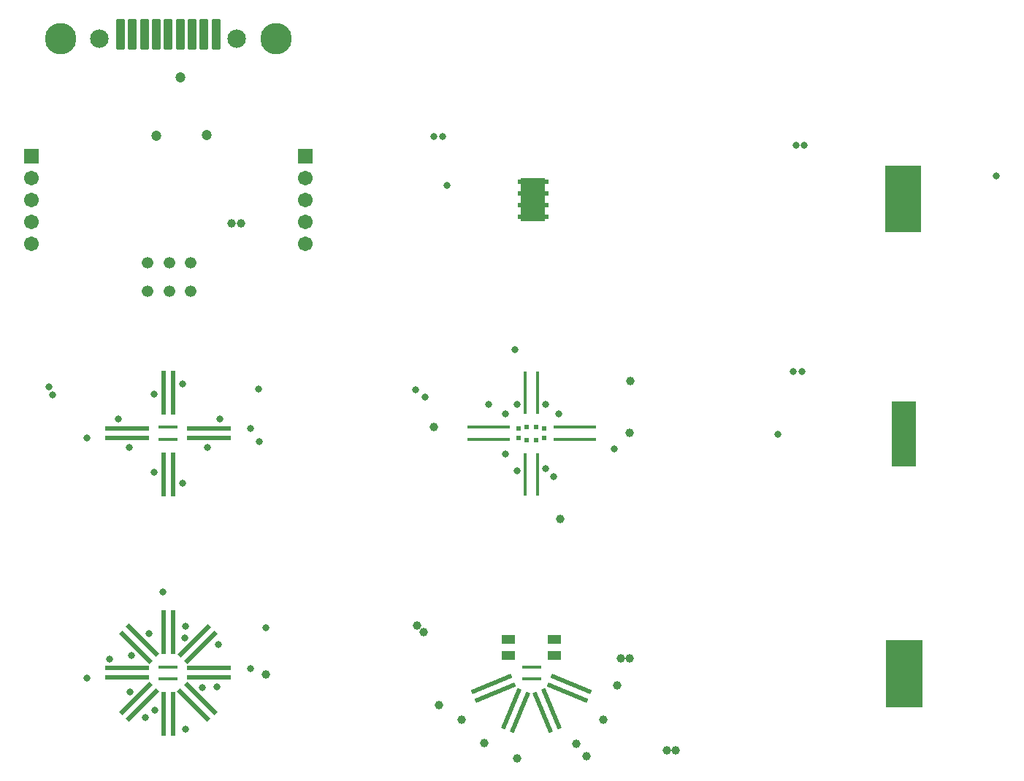
<source format=gts>
G04*
G04 #@! TF.GenerationSoftware,Altium Limited,Altium Designer,20.0.1 (14)*
G04*
G04 Layer_Color=8388736*
%FSTAX24Y24*%
%MOIN*%
G70*
G01*
G75*
%ADD18R,0.0591X0.0394*%
G04:AMPARAMS|DCode=20|XSize=19.7mil|YSize=196.9mil|CornerRadius=1mil|HoleSize=0mil|Usage=FLASHONLY|Rotation=180.000|XOffset=0mil|YOffset=0mil|HoleType=Round|Shape=RoundedRectangle|*
%AMROUNDEDRECTD20*
21,1,0.0197,0.1949,0,0,180.0*
21,1,0.0177,0.1969,0,0,180.0*
1,1,0.0020,-0.0089,0.0974*
1,1,0.0020,0.0089,0.0974*
1,1,0.0020,0.0089,-0.0974*
1,1,0.0020,-0.0089,-0.0974*
%
%ADD20ROUNDEDRECTD20*%
G04:AMPARAMS|DCode=21|XSize=19.7mil|YSize=196.9mil|CornerRadius=1mil|HoleSize=0mil|Usage=FLASHONLY|Rotation=90.000|XOffset=0mil|YOffset=0mil|HoleType=Round|Shape=RoundedRectangle|*
%AMROUNDEDRECTD21*
21,1,0.0197,0.1949,0,0,90.0*
21,1,0.0177,0.1969,0,0,90.0*
1,1,0.0020,0.0974,0.0089*
1,1,0.0020,0.0974,-0.0089*
1,1,0.0020,-0.0974,-0.0089*
1,1,0.0020,-0.0974,0.0089*
%
%ADD21ROUNDEDRECTD21*%
G04:AMPARAMS|DCode=22|XSize=19.7mil|YSize=196.9mil|CornerRadius=1mil|HoleSize=0mil|Usage=FLASHONLY|Rotation=22.500|XOffset=0mil|YOffset=0mil|HoleType=Round|Shape=RoundedRectangle|*
%AMROUNDEDRECTD22*
21,1,0.0197,0.1949,0,0,22.5*
21,1,0.0177,0.1969,0,0,22.5*
1,1,0.0020,0.0455,-0.0866*
1,1,0.0020,0.0291,-0.0934*
1,1,0.0020,-0.0455,0.0866*
1,1,0.0020,-0.0291,0.0934*
%
%ADD22ROUNDEDRECTD22*%
G04:AMPARAMS|DCode=23|XSize=19.7mil|YSize=196.9mil|CornerRadius=1mil|HoleSize=0mil|Usage=FLASHONLY|Rotation=67.500|XOffset=0mil|YOffset=0mil|HoleType=Round|Shape=RoundedRectangle|*
%AMROUNDEDRECTD23*
21,1,0.0197,0.1949,0,0,67.5*
21,1,0.0177,0.1969,0,0,67.5*
1,1,0.0020,0.0934,-0.0291*
1,1,0.0020,0.0866,-0.0455*
1,1,0.0020,-0.0934,0.0291*
1,1,0.0020,-0.0866,0.0455*
%
%ADD23ROUNDEDRECTD23*%
G04:AMPARAMS|DCode=24|XSize=19.7mil|YSize=196.9mil|CornerRadius=1mil|HoleSize=0mil|Usage=FLASHONLY|Rotation=337.500|XOffset=0mil|YOffset=0mil|HoleType=Round|Shape=RoundedRectangle|*
%AMROUNDEDRECTD24*
21,1,0.0197,0.1949,0,0,337.5*
21,1,0.0177,0.1969,0,0,337.5*
1,1,0.0020,-0.0291,-0.0934*
1,1,0.0020,-0.0455,-0.0866*
1,1,0.0020,0.0291,0.0934*
1,1,0.0020,0.0455,0.0866*
%
%ADD24ROUNDEDRECTD24*%
G04:AMPARAMS|DCode=25|XSize=19.7mil|YSize=196.9mil|CornerRadius=1mil|HoleSize=0mil|Usage=FLASHONLY|Rotation=292.500|XOffset=0mil|YOffset=0mil|HoleType=Round|Shape=RoundedRectangle|*
%AMROUNDEDRECTD25*
21,1,0.0197,0.1949,0,0,292.5*
21,1,0.0177,0.1969,0,0,292.5*
1,1,0.0020,-0.0866,-0.0455*
1,1,0.0020,-0.0934,-0.0291*
1,1,0.0020,0.0866,0.0455*
1,1,0.0020,0.0934,0.0291*
%
%ADD25ROUNDEDRECTD25*%
%ADD26R,0.0236X0.0197*%
%ADD27R,0.0197X0.0236*%
G04:AMPARAMS|DCode=28|XSize=19.7mil|YSize=196.9mil|CornerRadius=1mil|HoleSize=0mil|Usage=FLASHONLY|Rotation=315.000|XOffset=0mil|YOffset=0mil|HoleType=Round|Shape=RoundedRectangle|*
%AMROUNDEDRECTD28*
21,1,0.0197,0.1949,0,0,315.0*
21,1,0.0177,0.1969,0,0,315.0*
1,1,0.0020,-0.0626,-0.0752*
1,1,0.0020,-0.0752,-0.0626*
1,1,0.0020,0.0626,0.0752*
1,1,0.0020,0.0752,0.0626*
%
%ADD28ROUNDEDRECTD28*%
G04:AMPARAMS|DCode=29|XSize=19.7mil|YSize=196.9mil|CornerRadius=1mil|HoleSize=0mil|Usage=FLASHONLY|Rotation=45.000|XOffset=0mil|YOffset=0mil|HoleType=Round|Shape=RoundedRectangle|*
%AMROUNDEDRECTD29*
21,1,0.0197,0.1949,0,0,45.0*
21,1,0.0177,0.1969,0,0,45.0*
1,1,0.0020,0.0752,-0.0626*
1,1,0.0020,0.0626,-0.0752*
1,1,0.0020,-0.0752,0.0626*
1,1,0.0020,-0.0626,0.0752*
%
%ADD29ROUNDEDRECTD29*%
%ADD30R,0.0472X0.0197*%
G04:AMPARAMS|DCode=31|XSize=37mil|YSize=143.3mil|CornerRadius=4.3mil|HoleSize=0mil|Usage=FLASHONLY|Rotation=180.000|XOffset=0mil|YOffset=0mil|HoleType=Round|Shape=RoundedRectangle|*
%AMROUNDEDRECTD31*
21,1,0.0370,0.1346,0,0,180.0*
21,1,0.0283,0.1433,0,0,180.0*
1,1,0.0087,-0.0142,0.0673*
1,1,0.0087,0.0142,0.0673*
1,1,0.0087,0.0142,-0.0673*
1,1,0.0087,-0.0142,-0.0673*
%
%ADD31ROUNDEDRECTD31*%
%ADD32R,0.0866X0.0157*%
%ADD33R,0.1969X0.0157*%
%ADD34R,0.0157X0.1969*%
%ADD35C,0.0449*%
%ADD36C,0.0528*%
%ADD37C,0.0671*%
%ADD38R,0.0671X0.0671*%
%ADD39C,0.0316*%
%ADD40C,0.0395*%
%ADD41C,0.0843*%
%ADD42C,0.1433*%
%ADD43C,0.0474*%
G36*
X051455Y018186D02*
Y021257D01*
X053108D01*
Y018186D01*
X051455D01*
D02*
G37*
G36*
X052813Y032158D02*
Y029206D01*
X051711D01*
Y032158D01*
X052813D01*
D02*
G37*
G36*
X035904Y042379D02*
Y04041D01*
X034801D01*
Y042379D01*
X035904D01*
D02*
G37*
G36*
X051435Y039898D02*
Y04293D01*
X053049D01*
Y039898D01*
X051435D01*
D02*
G37*
D18*
X036334Y021286D02*
D03*
Y020578D02*
D03*
X034214Y021286D02*
D03*
Y020578D02*
D03*
D20*
X018482Y032578D02*
D03*
X018915D02*
D03*
X018915Y028837D02*
D03*
X018482D02*
D03*
X018482Y021641D02*
D03*
X018915D02*
D03*
X018917Y0179D02*
D03*
X018484D02*
D03*
D21*
X020569Y030924D02*
D03*
Y030491D02*
D03*
X016829D02*
D03*
Y030924D02*
D03*
X020569Y019989D02*
D03*
Y019556D02*
D03*
X016831D02*
D03*
Y019989D02*
D03*
D22*
X036189Y018126D02*
D03*
X035789Y01796D02*
D03*
D23*
X037084Y019255D02*
D03*
X036918Y018855D02*
D03*
D24*
X034758Y01796D02*
D03*
X034358Y018126D02*
D03*
D25*
X033629Y018855D02*
D03*
X033463Y019255D02*
D03*
D26*
X035864Y030491D02*
D03*
Y030924D02*
D03*
X034683D02*
D03*
Y030491D02*
D03*
D27*
X03549Y031003D02*
D03*
X035057D02*
D03*
Y030412D02*
D03*
X03549D02*
D03*
D28*
X020192Y020924D02*
D03*
X019886Y021231D02*
D03*
X017225Y018601D02*
D03*
X017532Y018295D02*
D03*
D29*
X017532Y021249D02*
D03*
X017225Y020942D02*
D03*
X01987Y018295D02*
D03*
X020176Y018601D02*
D03*
D30*
X035825Y040607D02*
D03*
Y041123D02*
D03*
Y041666D02*
D03*
X03488D02*
D03*
Y041123D02*
D03*
Y040607D02*
D03*
Y042182D02*
D03*
X035825D02*
D03*
D31*
X016516Y048931D02*
D03*
X017061D02*
D03*
X017606D02*
D03*
X018152D02*
D03*
X018697D02*
D03*
X019242D02*
D03*
X019787D02*
D03*
X020333D02*
D03*
X020878D02*
D03*
D32*
X018699Y030432D02*
D03*
Y030983D02*
D03*
X035274Y020046D02*
D03*
Y019495D02*
D03*
X018699Y020046D02*
D03*
Y019495D02*
D03*
D33*
X037242Y030432D02*
D03*
Y030983D02*
D03*
X033305D02*
D03*
Y030432D02*
D03*
D34*
X034998Y028837D02*
D03*
X035549D02*
D03*
Y032578D02*
D03*
X034998D02*
D03*
D35*
X017754Y038503D02*
D03*
D03*
D36*
X018738D02*
D03*
X019722D02*
D03*
X017754D02*
D03*
Y037204D02*
D03*
X019722D02*
D03*
X018738D02*
D03*
D37*
X012469Y039365D02*
D03*
Y040365D02*
D03*
Y041365D02*
D03*
Y042365D02*
D03*
X024949Y039361D02*
D03*
Y040361D02*
D03*
Y041361D02*
D03*
Y042361D02*
D03*
D38*
X012469Y043365D02*
D03*
X024949Y043361D02*
D03*
D39*
X020906Y019131D02*
D03*
X034616Y029013D02*
D03*
X02998Y032684D02*
D03*
X030413Y032369D02*
D03*
X013248Y032831D02*
D03*
X02315Y021837D02*
D03*
X022835Y032723D02*
D03*
X022844Y030341D02*
D03*
X039045Y030007D02*
D03*
X036526Y031601D02*
D03*
X036299Y028737D02*
D03*
X034085Y031611D02*
D03*
X034075Y02978D02*
D03*
X035925Y029081D02*
D03*
X034537Y034544D02*
D03*
X033327Y032044D02*
D03*
X035925D02*
D03*
X034616D02*
D03*
X017037Y020578D02*
D03*
X016014Y0204D02*
D03*
X022467Y019977D02*
D03*
X018454Y02348D02*
D03*
X014991Y019534D02*
D03*
X019478Y021896D02*
D03*
X019468Y021375D02*
D03*
X017805Y021572D02*
D03*
X020984Y02106D02*
D03*
X016949Y018904D02*
D03*
X020246Y019105D02*
D03*
X018071Y018078D02*
D03*
X017648Y017733D02*
D03*
X019478Y017202D02*
D03*
X014978Y030491D02*
D03*
X022439Y030934D02*
D03*
X013423Y032479D02*
D03*
X02049Y030048D02*
D03*
X019348Y032952D02*
D03*
X021061Y031367D02*
D03*
X018049Y032489D02*
D03*
X016435Y031367D02*
D03*
X018039Y028946D02*
D03*
X019348Y028444D02*
D03*
X016937Y030048D02*
D03*
X047222Y03354D02*
D03*
X047616D02*
D03*
X046514Y030666D02*
D03*
X056474Y042477D02*
D03*
X047341Y04385D02*
D03*
X047734D02*
D03*
X031435Y042044D02*
D03*
X031222Y044249D02*
D03*
X030829D02*
D03*
D40*
X039783Y033107D02*
D03*
X039764Y030715D02*
D03*
X022017Y040294D02*
D03*
X036604Y026788D02*
D03*
X030817Y030991D02*
D03*
X023159Y019711D02*
D03*
X038541Y017615D02*
D03*
X037803Y015971D02*
D03*
X039753Y02043D02*
D03*
X039338D02*
D03*
X039171Y0192D02*
D03*
X037311Y016522D02*
D03*
X031041Y018284D02*
D03*
X033115Y016549D02*
D03*
X041454Y016217D02*
D03*
X041869D02*
D03*
X034619Y015878D02*
D03*
X032092Y017646D02*
D03*
X030343Y021631D02*
D03*
X030049Y021924D02*
D03*
X021602Y040294D02*
D03*
D41*
X021827Y048715D02*
D03*
D03*
X015567D02*
D03*
D42*
X023616D02*
D03*
D03*
X013778D02*
D03*
D43*
X01925Y046967D02*
D03*
X018148Y04429D02*
D03*
X02047Y04433D02*
D03*
M02*

</source>
